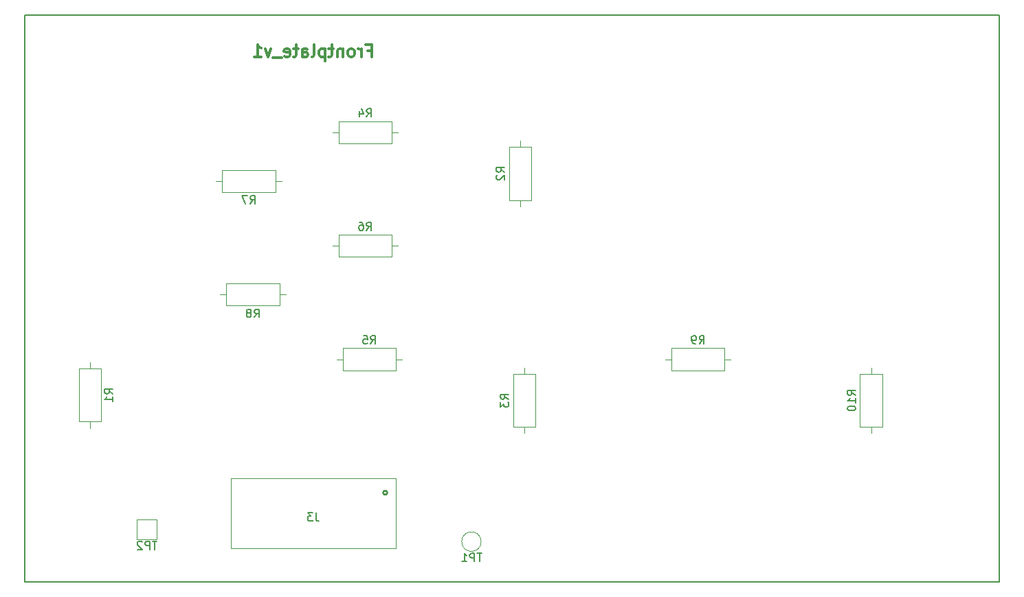
<source format=gbr>
%TF.GenerationSoftware,KiCad,Pcbnew,(5.1.6)-1*%
%TF.CreationDate,2021-09-18T15:37:18+02:00*%
%TF.ProjectId,Frontplate_v1,46726f6e-7470-46c6-9174-655f76312e6b,1*%
%TF.SameCoordinates,PX4e33880PY85099e0*%
%TF.FileFunction,Legend,Bot*%
%TF.FilePolarity,Positive*%
%FSLAX46Y46*%
G04 Gerber Fmt 4.6, Leading zero omitted, Abs format (unit mm)*
G04 Created by KiCad (PCBNEW (5.1.6)-1) date 2021-09-18 15:37:18*
%MOMM*%
%LPD*%
G01*
G04 APERTURE LIST*
%ADD10C,0.300000*%
%TA.AperFunction,Profile*%
%ADD11C,0.150000*%
%TD*%
%ADD12C,0.250000*%
%ADD13C,0.120000*%
%ADD14C,0.150000*%
G04 APERTURE END LIST*
D10*
X10214285Y55107143D02*
X10714285Y55107143D01*
X10714285Y54321429D02*
X10714285Y55821429D01*
X10000000Y55821429D01*
X9428571Y54321429D02*
X9428571Y55321429D01*
X9428571Y55035715D02*
X9357142Y55178572D01*
X9285714Y55250000D01*
X9142857Y55321429D01*
X9000000Y55321429D01*
X8285714Y54321429D02*
X8428571Y54392858D01*
X8500000Y54464286D01*
X8571428Y54607143D01*
X8571428Y55035715D01*
X8500000Y55178572D01*
X8428571Y55250000D01*
X8285714Y55321429D01*
X8071428Y55321429D01*
X7928571Y55250000D01*
X7857142Y55178572D01*
X7785714Y55035715D01*
X7785714Y54607143D01*
X7857142Y54464286D01*
X7928571Y54392858D01*
X8071428Y54321429D01*
X8285714Y54321429D01*
X7142857Y55321429D02*
X7142857Y54321429D01*
X7142857Y55178572D02*
X7071428Y55250000D01*
X6928571Y55321429D01*
X6714285Y55321429D01*
X6571428Y55250000D01*
X6500000Y55107143D01*
X6500000Y54321429D01*
X6000000Y55321429D02*
X5428571Y55321429D01*
X5785714Y55821429D02*
X5785714Y54535715D01*
X5714285Y54392858D01*
X5571428Y54321429D01*
X5428571Y54321429D01*
X4928571Y55321429D02*
X4928571Y53821429D01*
X4928571Y55250000D02*
X4785714Y55321429D01*
X4500000Y55321429D01*
X4357142Y55250000D01*
X4285714Y55178572D01*
X4214285Y55035715D01*
X4214285Y54607143D01*
X4285714Y54464286D01*
X4357142Y54392858D01*
X4500000Y54321429D01*
X4785714Y54321429D01*
X4928571Y54392858D01*
X3357142Y54321429D02*
X3500000Y54392858D01*
X3571428Y54535715D01*
X3571428Y55821429D01*
X2142857Y54321429D02*
X2142857Y55107143D01*
X2214285Y55250000D01*
X2357142Y55321429D01*
X2642857Y55321429D01*
X2785714Y55250000D01*
X2142857Y54392858D02*
X2285714Y54321429D01*
X2642857Y54321429D01*
X2785714Y54392858D01*
X2857142Y54535715D01*
X2857142Y54678572D01*
X2785714Y54821429D01*
X2642857Y54892858D01*
X2285714Y54892858D01*
X2142857Y54964286D01*
X1642857Y55321429D02*
X1071428Y55321429D01*
X1428571Y55821429D02*
X1428571Y54535715D01*
X1357142Y54392858D01*
X1214285Y54321429D01*
X1071428Y54321429D01*
X0Y54392858D02*
X142857Y54321429D01*
X428571Y54321429D01*
X571428Y54392858D01*
X642857Y54535715D01*
X642857Y55107143D01*
X571428Y55250000D01*
X428571Y55321429D01*
X142857Y55321429D01*
X0Y55250000D01*
X-71429Y55107143D01*
X-71429Y54964286D01*
X642857Y54821429D01*
X-357143Y54178572D02*
X-1500000Y54178572D01*
X-1714286Y55321429D02*
X-2071429Y54321429D01*
X-2428572Y55321429D01*
X-3785715Y54321429D02*
X-2928572Y54321429D01*
X-3357143Y54321429D02*
X-3357143Y55821429D01*
X-3214286Y55607143D01*
X-3071429Y55464286D01*
X-2928572Y55392858D01*
D11*
X88000000Y59500000D02*
X-32000000Y59500000D01*
X88000000Y-10500000D02*
X88000000Y59500000D01*
X88000000Y-10500000D02*
X-32000000Y-10500000D01*
X-32000000Y-10500000D02*
X-32000000Y59500000D01*
D12*
X12640000Y540000D02*
G75*
G03*
X12640000Y540000I-250000J0D01*
G01*
D13*
X13650000Y2300000D02*
X13650000Y-6300000D01*
X13650000Y2300000D02*
X-6650000Y2300000D01*
X-6650000Y2300000D02*
X-6650000Y-6300000D01*
X-6650000Y-6300000D02*
X13650000Y-6300000D01*
X72250000Y7880000D02*
X72250000Y8650000D01*
X72250000Y15960000D02*
X72250000Y15190000D01*
X70880000Y8650000D02*
X70880000Y15190000D01*
X73620000Y8650000D02*
X70880000Y8650000D01*
X73620000Y15190000D02*
X73620000Y8650000D01*
X70880000Y15190000D02*
X73620000Y15190000D01*
X46880000Y17000000D02*
X47650000Y17000000D01*
X54960000Y17000000D02*
X54190000Y17000000D01*
X47650000Y18370000D02*
X54190000Y18370000D01*
X47650000Y15630000D02*
X47650000Y18370000D01*
X54190000Y15630000D02*
X47650000Y15630000D01*
X54190000Y18370000D02*
X54190000Y15630000D01*
X-18200000Y-2800000D02*
X-18200000Y-5200000D01*
X-15800000Y-2800000D02*
X-18200000Y-2800000D01*
X-15800000Y-5200000D02*
X-15800000Y-2800000D01*
X-18200000Y-5200000D02*
X-15800000Y-5200000D01*
X24200000Y-5500000D02*
G75*
G03*
X24200000Y-5500000I-1200000J0D01*
G01*
X120000Y25000000D02*
X-650000Y25000000D01*
X-7960000Y25000000D02*
X-7190000Y25000000D01*
X-650000Y23630000D02*
X-7190000Y23630000D01*
X-650000Y26370000D02*
X-650000Y23630000D01*
X-7190000Y26370000D02*
X-650000Y26370000D01*
X-7190000Y23630000D02*
X-7190000Y26370000D01*
X-380000Y39000000D02*
X-1150000Y39000000D01*
X-8460000Y39000000D02*
X-7690000Y39000000D01*
X-1150000Y37630000D02*
X-7690000Y37630000D01*
X-1150000Y40370000D02*
X-1150000Y37630000D01*
X-7690000Y40370000D02*
X-1150000Y40370000D01*
X-7690000Y37630000D02*
X-7690000Y40370000D01*
X5880000Y31000000D02*
X6650000Y31000000D01*
X13960000Y31000000D02*
X13190000Y31000000D01*
X6650000Y32370000D02*
X13190000Y32370000D01*
X6650000Y29630000D02*
X6650000Y32370000D01*
X13190000Y29630000D02*
X6650000Y29630000D01*
X13190000Y32370000D02*
X13190000Y29630000D01*
X6380000Y17000000D02*
X7150000Y17000000D01*
X14460000Y17000000D02*
X13690000Y17000000D01*
X7150000Y18370000D02*
X13690000Y18370000D01*
X7150000Y15630000D02*
X7150000Y18370000D01*
X13690000Y15630000D02*
X7150000Y15630000D01*
X13690000Y18370000D02*
X13690000Y15630000D01*
X5880000Y45000000D02*
X6650000Y45000000D01*
X13960000Y45000000D02*
X13190000Y45000000D01*
X6650000Y46370000D02*
X13190000Y46370000D01*
X6650000Y43630000D02*
X6650000Y46370000D01*
X13190000Y43630000D02*
X6650000Y43630000D01*
X13190000Y46370000D02*
X13190000Y43630000D01*
X29500000Y7880000D02*
X29500000Y8650000D01*
X29500000Y15960000D02*
X29500000Y15190000D01*
X28130000Y8650000D02*
X28130000Y15190000D01*
X30870000Y8650000D02*
X28130000Y8650000D01*
X30870000Y15190000D02*
X30870000Y8650000D01*
X28130000Y15190000D02*
X30870000Y15190000D01*
X29000000Y35880000D02*
X29000000Y36650000D01*
X29000000Y43960000D02*
X29000000Y43190000D01*
X27630000Y36650000D02*
X27630000Y43190000D01*
X30370000Y36650000D02*
X27630000Y36650000D01*
X30370000Y43190000D02*
X30370000Y36650000D01*
X27630000Y43190000D02*
X30370000Y43190000D01*
X-24000000Y16620000D02*
X-24000000Y15850000D01*
X-24000000Y8540000D02*
X-24000000Y9310000D01*
X-22630000Y15850000D02*
X-22630000Y9310000D01*
X-25370000Y15850000D02*
X-22630000Y15850000D01*
X-25370000Y9310000D02*
X-25370000Y15850000D01*
X-22630000Y9310000D02*
X-25370000Y9310000D01*
D14*
X3833333Y-1952380D02*
X3833333Y-2666666D01*
X3880952Y-2809523D01*
X3976190Y-2904761D01*
X4119047Y-2952380D01*
X4214285Y-2952380D01*
X3452380Y-1952380D02*
X2833333Y-1952380D01*
X3166666Y-2333333D01*
X3023809Y-2333333D01*
X2928571Y-2380952D01*
X2880952Y-2428571D01*
X2833333Y-2523809D01*
X2833333Y-2761904D01*
X2880952Y-2857142D01*
X2928571Y-2904761D01*
X3023809Y-2952380D01*
X3309523Y-2952380D01*
X3404761Y-2904761D01*
X3452380Y-2857142D01*
X70332380Y12562858D02*
X69856190Y12896191D01*
X70332380Y13134286D02*
X69332380Y13134286D01*
X69332380Y12753334D01*
X69380000Y12658096D01*
X69427619Y12610477D01*
X69522857Y12562858D01*
X69665714Y12562858D01*
X69760952Y12610477D01*
X69808571Y12658096D01*
X69856190Y12753334D01*
X69856190Y13134286D01*
X70332380Y11610477D02*
X70332380Y12181905D01*
X70332380Y11896191D02*
X69332380Y11896191D01*
X69475238Y11991429D01*
X69570476Y12086667D01*
X69618095Y12181905D01*
X69332380Y10991429D02*
X69332380Y10896191D01*
X69380000Y10800953D01*
X69427619Y10753334D01*
X69522857Y10705715D01*
X69713333Y10658096D01*
X69951428Y10658096D01*
X70141904Y10705715D01*
X70237142Y10753334D01*
X70284761Y10800953D01*
X70332380Y10896191D01*
X70332380Y10991429D01*
X70284761Y11086667D01*
X70237142Y11134286D01*
X70141904Y11181905D01*
X69951428Y11229524D01*
X69713333Y11229524D01*
X69522857Y11181905D01*
X69427619Y11134286D01*
X69380000Y11086667D01*
X69332380Y10991429D01*
X51086666Y18917620D02*
X51420000Y19393810D01*
X51658095Y18917620D02*
X51658095Y19917620D01*
X51277142Y19917620D01*
X51181904Y19870000D01*
X51134285Y19822381D01*
X51086666Y19727143D01*
X51086666Y19584286D01*
X51134285Y19489048D01*
X51181904Y19441429D01*
X51277142Y19393810D01*
X51658095Y19393810D01*
X50610476Y18917620D02*
X50420000Y18917620D01*
X50324761Y18965239D01*
X50277142Y19012858D01*
X50181904Y19155715D01*
X50134285Y19346191D01*
X50134285Y19727143D01*
X50181904Y19822381D01*
X50229523Y19870000D01*
X50324761Y19917620D01*
X50515238Y19917620D01*
X50610476Y19870000D01*
X50658095Y19822381D01*
X50705714Y19727143D01*
X50705714Y19489048D01*
X50658095Y19393810D01*
X50610476Y19346191D01*
X50515238Y19298572D01*
X50324761Y19298572D01*
X50229523Y19346191D01*
X50181904Y19393810D01*
X50134285Y19489048D01*
X-15738096Y-5450380D02*
X-16309524Y-5450380D01*
X-16023810Y-6450380D02*
X-16023810Y-5450380D01*
X-16642858Y-6450380D02*
X-16642858Y-5450380D01*
X-17023810Y-5450380D01*
X-17119048Y-5498000D01*
X-17166667Y-5545619D01*
X-17214286Y-5640857D01*
X-17214286Y-5783714D01*
X-17166667Y-5878952D01*
X-17119048Y-5926571D01*
X-17023810Y-5974190D01*
X-16642858Y-5974190D01*
X-17595239Y-5545619D02*
X-17642858Y-5498000D01*
X-17738096Y-5450380D01*
X-17976191Y-5450380D01*
X-18071429Y-5498000D01*
X-18119048Y-5545619D01*
X-18166667Y-5640857D01*
X-18166667Y-5736095D01*
X-18119048Y-5878952D01*
X-17547620Y-6450380D01*
X-18166667Y-6450380D01*
X24261904Y-6950380D02*
X23690476Y-6950380D01*
X23976190Y-7950380D02*
X23976190Y-6950380D01*
X23357142Y-7950380D02*
X23357142Y-6950380D01*
X22976190Y-6950380D01*
X22880952Y-6998000D01*
X22833333Y-7045619D01*
X22785714Y-7140857D01*
X22785714Y-7283714D01*
X22833333Y-7378952D01*
X22880952Y-7426571D01*
X22976190Y-7474190D01*
X23357142Y-7474190D01*
X21833333Y-7950380D02*
X22404761Y-7950380D01*
X22119047Y-7950380D02*
X22119047Y-6950380D01*
X22214285Y-7093238D01*
X22309523Y-7188476D01*
X22404761Y-7236095D01*
X-3753334Y22177620D02*
X-3420000Y22653810D01*
X-3181905Y22177620D02*
X-3181905Y23177620D01*
X-3562858Y23177620D01*
X-3658096Y23130000D01*
X-3705715Y23082381D01*
X-3753334Y22987143D01*
X-3753334Y22844286D01*
X-3705715Y22749048D01*
X-3658096Y22701429D01*
X-3562858Y22653810D01*
X-3181905Y22653810D01*
X-4324762Y22749048D02*
X-4229524Y22796667D01*
X-4181905Y22844286D01*
X-4134286Y22939524D01*
X-4134286Y22987143D01*
X-4181905Y23082381D01*
X-4229524Y23130000D01*
X-4324762Y23177620D01*
X-4515239Y23177620D01*
X-4610477Y23130000D01*
X-4658096Y23082381D01*
X-4705715Y22987143D01*
X-4705715Y22939524D01*
X-4658096Y22844286D01*
X-4610477Y22796667D01*
X-4515239Y22749048D01*
X-4324762Y22749048D01*
X-4229524Y22701429D01*
X-4181905Y22653810D01*
X-4134286Y22558572D01*
X-4134286Y22368096D01*
X-4181905Y22272858D01*
X-4229524Y22225239D01*
X-4324762Y22177620D01*
X-4515239Y22177620D01*
X-4610477Y22225239D01*
X-4658096Y22272858D01*
X-4705715Y22368096D01*
X-4705715Y22558572D01*
X-4658096Y22653810D01*
X-4610477Y22701429D01*
X-4515239Y22749048D01*
X-4253334Y36177620D02*
X-3920000Y36653810D01*
X-3681905Y36177620D02*
X-3681905Y37177620D01*
X-4062858Y37177620D01*
X-4158096Y37130000D01*
X-4205715Y37082381D01*
X-4253334Y36987143D01*
X-4253334Y36844286D01*
X-4205715Y36749048D01*
X-4158096Y36701429D01*
X-4062858Y36653810D01*
X-3681905Y36653810D01*
X-4586667Y37177620D02*
X-5253334Y37177620D01*
X-4824762Y36177620D01*
X10086666Y32917620D02*
X10420000Y33393810D01*
X10658095Y32917620D02*
X10658095Y33917620D01*
X10277142Y33917620D01*
X10181904Y33870000D01*
X10134285Y33822381D01*
X10086666Y33727143D01*
X10086666Y33584286D01*
X10134285Y33489048D01*
X10181904Y33441429D01*
X10277142Y33393810D01*
X10658095Y33393810D01*
X9229523Y33917620D02*
X9420000Y33917620D01*
X9515238Y33870000D01*
X9562857Y33822381D01*
X9658095Y33679524D01*
X9705714Y33489048D01*
X9705714Y33108096D01*
X9658095Y33012858D01*
X9610476Y32965239D01*
X9515238Y32917620D01*
X9324761Y32917620D01*
X9229523Y32965239D01*
X9181904Y33012858D01*
X9134285Y33108096D01*
X9134285Y33346191D01*
X9181904Y33441429D01*
X9229523Y33489048D01*
X9324761Y33536667D01*
X9515238Y33536667D01*
X9610476Y33489048D01*
X9658095Y33441429D01*
X9705714Y33346191D01*
X10586666Y18917620D02*
X10920000Y19393810D01*
X11158095Y18917620D02*
X11158095Y19917620D01*
X10777142Y19917620D01*
X10681904Y19870000D01*
X10634285Y19822381D01*
X10586666Y19727143D01*
X10586666Y19584286D01*
X10634285Y19489048D01*
X10681904Y19441429D01*
X10777142Y19393810D01*
X11158095Y19393810D01*
X9681904Y19917620D02*
X10158095Y19917620D01*
X10205714Y19441429D01*
X10158095Y19489048D01*
X10062857Y19536667D01*
X9824761Y19536667D01*
X9729523Y19489048D01*
X9681904Y19441429D01*
X9634285Y19346191D01*
X9634285Y19108096D01*
X9681904Y19012858D01*
X9729523Y18965239D01*
X9824761Y18917620D01*
X10062857Y18917620D01*
X10158095Y18965239D01*
X10205714Y19012858D01*
X10086666Y46917620D02*
X10420000Y47393810D01*
X10658095Y46917620D02*
X10658095Y47917620D01*
X10277142Y47917620D01*
X10181904Y47870000D01*
X10134285Y47822381D01*
X10086666Y47727143D01*
X10086666Y47584286D01*
X10134285Y47489048D01*
X10181904Y47441429D01*
X10277142Y47393810D01*
X10658095Y47393810D01*
X9229523Y47584286D02*
X9229523Y46917620D01*
X9467619Y47965239D02*
X9705714Y47250953D01*
X9086666Y47250953D01*
X27582380Y12086667D02*
X27106190Y12420000D01*
X27582380Y12658096D02*
X26582380Y12658096D01*
X26582380Y12277143D01*
X26630000Y12181905D01*
X26677619Y12134286D01*
X26772857Y12086667D01*
X26915714Y12086667D01*
X27010952Y12134286D01*
X27058571Y12181905D01*
X27106190Y12277143D01*
X27106190Y12658096D01*
X26582380Y11753334D02*
X26582380Y11134286D01*
X26963333Y11467620D01*
X26963333Y11324762D01*
X27010952Y11229524D01*
X27058571Y11181905D01*
X27153809Y11134286D01*
X27391904Y11134286D01*
X27487142Y11181905D01*
X27534761Y11229524D01*
X27582380Y11324762D01*
X27582380Y11610477D01*
X27534761Y11705715D01*
X27487142Y11753334D01*
X27082380Y40086667D02*
X26606190Y40420000D01*
X27082380Y40658096D02*
X26082380Y40658096D01*
X26082380Y40277143D01*
X26130000Y40181905D01*
X26177619Y40134286D01*
X26272857Y40086667D01*
X26415714Y40086667D01*
X26510952Y40134286D01*
X26558571Y40181905D01*
X26606190Y40277143D01*
X26606190Y40658096D01*
X26177619Y39705715D02*
X26130000Y39658096D01*
X26082380Y39562858D01*
X26082380Y39324762D01*
X26130000Y39229524D01*
X26177619Y39181905D01*
X26272857Y39134286D01*
X26368095Y39134286D01*
X26510952Y39181905D01*
X27082380Y39753334D01*
X27082380Y39134286D01*
X-21177620Y12746667D02*
X-21653810Y13080000D01*
X-21177620Y13318096D02*
X-22177620Y13318096D01*
X-22177620Y12937143D01*
X-22130000Y12841905D01*
X-22082381Y12794286D01*
X-21987143Y12746667D01*
X-21844286Y12746667D01*
X-21749048Y12794286D01*
X-21701429Y12841905D01*
X-21653810Y12937143D01*
X-21653810Y13318096D01*
X-21177620Y11794286D02*
X-21177620Y12365715D01*
X-21177620Y12080000D02*
X-22177620Y12080000D01*
X-22034762Y12175239D01*
X-21939524Y12270477D01*
X-21891905Y12365715D01*
M02*

</source>
